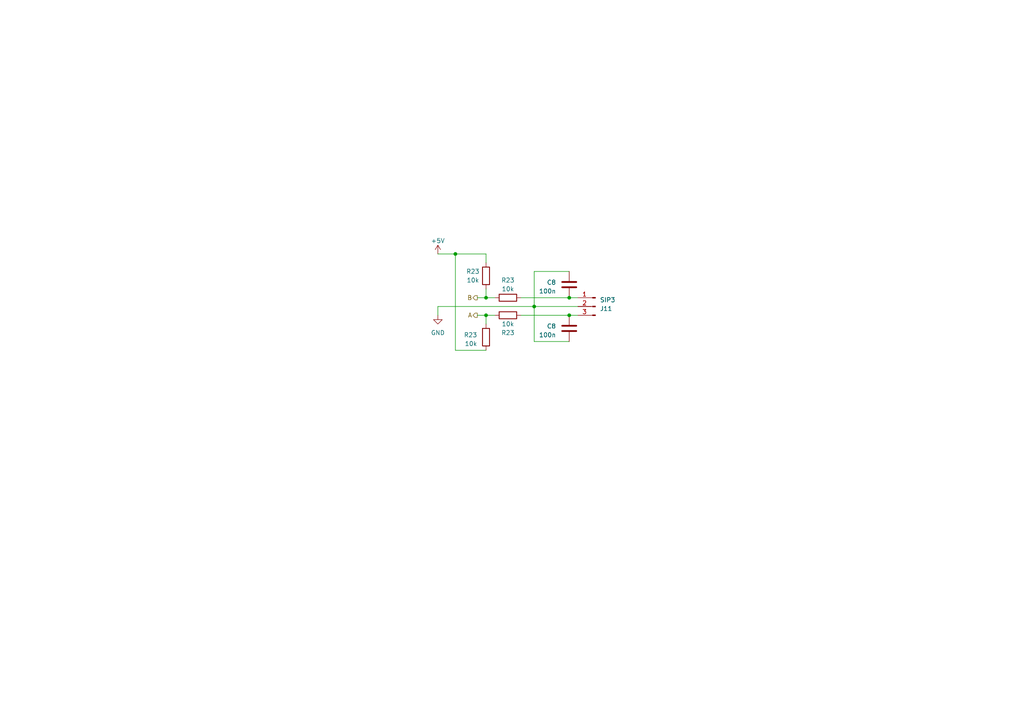
<source format=kicad_sch>
(kicad_sch (version 20230121) (generator eeschema)
  (paper "A4")
  (title_block (title "Incremental Encoder Filter") (date "2023-05-23") (rev "1"))
  (lib_symbols
    (symbol "Connector:Conn_01x03_Pin" (pin_names (offset 1.016) hide)
      (property "Reference" "J" (at 0 5.08 0))
      (property "Value" "Conn_01x03_Pin" (at 0 -5.08 0))
      (symbol "Conn_01x03_Pin_1_1"
        (polyline (pts (xy 1.27 -2.54) (xy 0.8636 -2.54)) (stroke (width 0.1524)))
        (polyline (pts (xy 1.27 0) (xy 0.8636 0)) (stroke (width 0.1524)))
        (polyline (pts (xy 1.27 2.54) (xy 0.8636 2.54)) (stroke (width 0.1524)))
        (rectangle (start 0.8636 -2.413) (end 0 -2.667) (stroke (width 0.1524)) (fill (type outline)))
        (rectangle (start 0.8636 0.127) (end 0 -0.127) (stroke (width 0.1524)) (fill (type outline)))
        (rectangle (start 0.8636 2.667) (end 0 2.413) (stroke (width 0.1524)) (fill (type outline)))
        (pin passive line (at 5.08 2.54 180) (length 3.81) (name "Pin_1") (number "1"))
        (pin passive line (at 5.08 0 180) (length 3.81) (name "Pin_2") (number "2"))
        (pin passive line (at 5.08 -2.54 180) (length 3.81) (name "Pin_3") (number "3"))
      )
    )
    (symbol "Device:C" (pin_numbers hide) (pin_names (offset 0.254))
      (property "Reference" "C" (at 0.635 2.54 0))
      (property "Value" "C" (at 0.635 -2.54 0))
      (symbol "C_0_1"
        (polyline (pts (xy -2.032 -0.762) (xy 2.032 -0.762)) (stroke (width 0.508)))
        (polyline (pts (xy -2.032 0.762) (xy 2.032 0.762)) (stroke (width 0.508)))
      )
      (symbol "C_1_1"
        (pin passive line (at 0 3.81 270) (length 2.794) (name "~") (number "1"))
        (pin passive line (at 0 -3.81 90) (length 2.794) (name "~") (number "2"))
      )
    )
    (symbol "Device:R" (pin_numbers hide) (pin_names (offset 0))
      (property "Reference" "R" (at 2.032 0 90))
      (property "Value" "R" (at 0 0 90))
      (symbol "R_0_1"
        (rectangle (start -1.016 -2.54) (end 1.016 2.54) (stroke (width 0.254)))
      )
      (symbol "R_1_1"
        (pin passive line (at 0 3.81 270) (length 1.27) (name "~") (number "1"))
        (pin passive line (at 0 -3.81 90) (length 1.27) (name "~") (number "2"))
      )
    )
    (symbol "power:+5V" (power) (pin_names (offset 0))
      (property "Value" "+5V" (at 0 3.556 0))
      (symbol "+5V_0_1"
        (polyline (pts (xy -0.762 1.27) (xy 0 2.54)))
        (polyline (pts (xy 0 0) (xy 0 2.54)))
        (polyline (pts (xy 0 2.54) (xy 0.762 1.27)))
      )
      (symbol "+5V_1_1"
        (pin power_in line (at 0 0 90) (length 0) hide (name "+5V") (number "1"))
      )
    )
    (symbol "power:GND" (power) (pin_names (offset 0))
      (property "Value" "GND" (at 0 -3.81 0))
      (symbol "GND_0_1"
        (polyline (pts (xy 0 0) (xy 0 -1.27) (xy 1.27 -1.27) (xy 0 -2.54) (xy -1.27 -1.27) (xy 0 -1.27)))
      )
      (symbol "GND_1_1"
        (pin power_in line (at 0 0 270) (length 0) hide (name "GND") (number "1"))
      )
    )
  )
  (junction (at 154.94 88.9))
  (junction (at 140.97 86.36))
  (junction (at 165.1 86.36))
  (junction (at 140.97 91.44))
  (junction (at 132.08 73.66))
  (junction (at 165.1 91.44))
  (wire (pts (xy 127 88.9) (xy 154.94 88.9)))
  (wire (pts (xy 138.43 86.36) (xy 140.97 86.36)))
  (wire (pts (xy 151.13 86.36) (xy 165.1 86.36)))
  (wire (pts (xy 165.1 78.74) (xy 154.94 78.74)))
  (wire (pts (xy 140.97 83.82) (xy 140.97 86.36)))
  (wire (pts (xy 127 73.66) (xy 132.08 73.66)))
  (wire (pts (xy 138.43 91.44) (xy 140.97 91.44)))
  (wire (pts (xy 127 91.44) (xy 127 88.9)))
  (wire (pts (xy 140.97 93.98) (xy 140.97 91.44)))
  (wire (pts (xy 151.13 91.44) (xy 165.1 91.44)))
  (wire (pts (xy 140.97 101.6) (xy 132.08 101.6)))
  (wire (pts (xy 132.08 73.66) (xy 140.97 73.66)))
  (wire (pts (xy 154.94 78.74) (xy 154.94 88.9)))
  (wire (pts (xy 165.1 86.36) (xy 167.64 86.36)))
  (wire (pts (xy 140.97 73.66) (xy 140.97 76.2)))
  (wire (pts (xy 132.08 101.6) (xy 132.08 73.66)))
  (wire (pts (xy 154.94 88.9) (xy 167.64 88.9)))
  (wire (pts (xy 165.1 99.06) (xy 154.94 99.06)))
  (wire (pts (xy 165.1 91.44) (xy 167.64 91.44)))
  (wire (pts (xy 140.97 86.36) (xy 143.51 86.36)))
  (wire (pts (xy 140.97 91.44) (xy 143.51 91.44)))
  (wire (pts (xy 154.94 99.06) (xy 154.94 88.9)))
  (hierarchical_label "B" (shape output) (at 138.43 86.36 180))
  (hierarchical_label "A" (shape output) (at 138.43 91.44 180))
  (symbol (lib_id "Device:R") (at 140.97 80.01 0) (unit 1)
    (property "Reference" "R23" (at 137.16 78.74 0))
    (property "Value" "10k" (at 137.16 81.28 0))
    (property "Footprint" "Resistor_THT:R_Axial_DIN0204_L3.6mm_D1.6mm_P7.62mm_Horizontal" (effects hide))
    (instances (project "Precision-Lapping-Machine" (path "" (reference "R23") (unit 1)) (path "" (reference "R28") (unit 1))))
  )
  (symbol (lib_id "Device:R") (at 147.32 86.36 270) (unit 1)
    (property "Reference" "R23" (at 147.32 81.28 90))
    (property "Value" "10k" (at 147.32 83.82 90))
    (property "Footprint" "Resistor_THT:R_Axial_DIN0204_L3.6mm_D1.6mm_P7.62mm_Horizontal" (effects hide))
    (instances (project "Precision-Lapping-Machine" (path "" (reference "R23") (unit 1)) (path "" (reference "R25") (unit 1))))
  )
  (symbol (lib_id "power:GND") (at 127 91.44 0) (unit 1)
    (property "Reference" "#PWR013" (effects hide))
    (property "Value" "GND" (at 127 96.52 0))
  )
  (symbol (lib_id "Connector:Conn_01x03_Pin") (at 172.72 88.9 0) (mirror y) (unit 1)
    (property "Reference" "J11" (at 173.99 89.535 0) (effects (justify right)))
    (property "Value" "SIP3" (at 173.99 86.995 0) (effects (justify right)))
    (property "Footprint" "Connector_PinHeader_2.54mm:PinHeader_1x03_P2.54mm_Vertical" (effects hide))
  )
  (symbol (lib_id "power:+5V") (at 127 73.66 0) (unit 1)
    (property "Reference" "#PWR012" (effects hide))
    (property "Value" "+5V" (at 127 69.85 0))
  )
  (symbol (lib_id "Device:R") (at 140.97 97.79 0) (mirror y) (unit 1)
    (property "Reference" "R23" (at 138.43 97.155 0) (effects (justify left)))
    (property "Value" "10k" (at 138.43 99.695 0) (effects (justify left)))
    (property "Footprint" "Resistor_THT:R_Axial_DIN0204_L3.6mm_D1.6mm_P7.62mm_Horizontal" (effects hide))
    (instances (project "Precision-Lapping-Machine" (path "" (reference "R23") (unit 1)) (path "" (reference "R27") (unit 1))))
  )
  (symbol (lib_id "Device:C") (at 165.1 95.25 0) (mirror x) (unit 1)
    (property "Reference" "C8" (at 161.29 94.615 0) (effects (justify right)))
    (property "Value" "100n" (at 161.29 97.155 0) (effects (justify right)))
    (property "Footprint" "Capacitor_THT:C_Rect_L9.0mm_W2.5mm_P7.50mm_MKT" (effects hide))
    (instances (project "Precision-Lapping-Machine" (path "" (reference "C8") (unit 1)) (path "" (reference "C13") (unit 1))))
  )
  (symbol (lib_id "Device:C") (at 165.1 82.55 0) (mirror x) (unit 1)
    (property "Reference" "C8" (at 161.29 81.915 0) (effects (justify right)))
    (property "Value" "100n" (at 161.29 84.455 0) (effects (justify right)))
    (property "Footprint" "Capacitor_THT:C_Rect_L9.0mm_W2.5mm_P7.50mm_MKT" (effects hide))
    (instances (project "Precision-Lapping-Machine" (path "" (reference "C8") (unit 1)) (path "" (reference "C14") (unit 1))))
  )
  (symbol (lib_id "Device:R") (at 147.32 91.44 270) (mirror x) (unit 1)
    (property "Reference" "R23" (at 147.32 96.52 90))
    (property "Value" "10k" (at 147.32 93.98 90))
    (property "Footprint" "Resistor_THT:R_Axial_DIN0204_L3.6mm_D1.6mm_P7.62mm_Horizontal" (effects hide))
    (instances (project "Precision-Lapping-Machine" (path "" (reference "R23") (unit 1)) (path "" (reference "R26") (unit 1))))
  )
)
</source>
